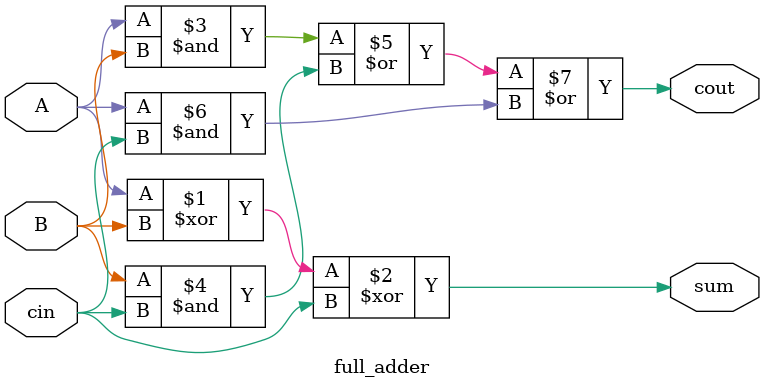
<source format=v>
module full_adder(A,B,cin,cout,sum);
    input A, B, cin;
    output cout, sum;

    assign sum = A ^ B ^ cin;
    assign cout = (A & B) | (B & cin) | (A & cin);
endmodule
</source>
